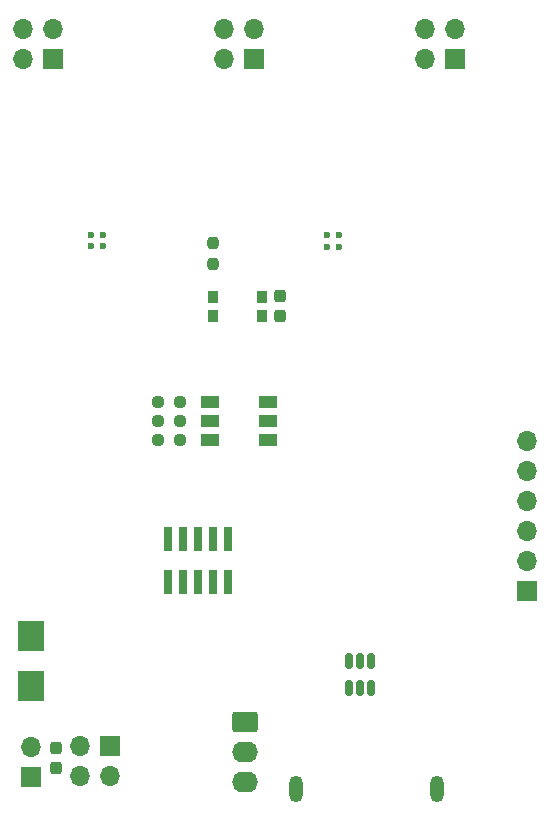
<source format=gbs>
G04 #@! TF.GenerationSoftware,KiCad,Pcbnew,(6.0.8)*
G04 #@! TF.CreationDate,2023-12-02T01:29:22+01:00*
G04 #@! TF.ProjectId,lamp_devboard,6c616d70-5f64-4657-9662-6f6172642e6b,rev?*
G04 #@! TF.SameCoordinates,Original*
G04 #@! TF.FileFunction,Soldermask,Bot*
G04 #@! TF.FilePolarity,Negative*
%FSLAX46Y46*%
G04 Gerber Fmt 4.6, Leading zero omitted, Abs format (unit mm)*
G04 Created by KiCad (PCBNEW (6.0.8)) date 2023-12-02 01:29:22*
%MOMM*%
%LPD*%
G01*
G04 APERTURE LIST*
G04 Aperture macros list*
%AMRoundRect*
0 Rectangle with rounded corners*
0 $1 Rounding radius*
0 $2 $3 $4 $5 $6 $7 $8 $9 X,Y pos of 4 corners*
0 Add a 4 corners polygon primitive as box body*
4,1,4,$2,$3,$4,$5,$6,$7,$8,$9,$2,$3,0*
0 Add four circle primitives for the rounded corners*
1,1,$1+$1,$2,$3*
1,1,$1+$1,$4,$5*
1,1,$1+$1,$6,$7*
1,1,$1+$1,$8,$9*
0 Add four rect primitives between the rounded corners*
20,1,$1+$1,$2,$3,$4,$5,0*
20,1,$1+$1,$4,$5,$6,$7,0*
20,1,$1+$1,$6,$7,$8,$9,0*
20,1,$1+$1,$8,$9,$2,$3,0*%
G04 Aperture macros list end*
%ADD10R,1.700000X1.700000*%
%ADD11O,1.700000X1.700000*%
%ADD12RoundRect,0.250000X-0.845000X0.620000X-0.845000X-0.620000X0.845000X-0.620000X0.845000X0.620000X0*%
%ADD13O,2.190000X1.740000*%
%ADD14O,1.154000X2.254000*%
%ADD15C,0.600000*%
%ADD16RoundRect,0.237500X0.250000X0.237500X-0.250000X0.237500X-0.250000X-0.237500X0.250000X-0.237500X0*%
%ADD17RoundRect,0.237500X0.237500X-0.250000X0.237500X0.250000X-0.237500X0.250000X-0.237500X-0.250000X0*%
%ADD18RoundRect,0.237500X0.237500X-0.300000X0.237500X0.300000X-0.237500X0.300000X-0.237500X-0.300000X0*%
%ADD19RoundRect,0.237500X-0.250000X-0.237500X0.250000X-0.237500X0.250000X0.237500X-0.250000X0.237500X0*%
%ADD20R,2.300000X2.500000*%
%ADD21R,1.500000X1.000000*%
%ADD22RoundRect,0.150000X-0.150000X0.512500X-0.150000X-0.512500X0.150000X-0.512500X0.150000X0.512500X0*%
%ADD23R,0.900000X1.000000*%
%ADD24R,0.750000X2.100000*%
G04 APERTURE END LIST*
D10*
X78300000Y-56225000D03*
D11*
X78300000Y-53685000D03*
X75760000Y-56225000D03*
X75760000Y-53685000D03*
D12*
X60580000Y-112360000D03*
D13*
X60580000Y-114900000D03*
X60580000Y-117440000D03*
D10*
X44300000Y-56225000D03*
D11*
X44300000Y-53685000D03*
X41760000Y-56225000D03*
X41760000Y-53685000D03*
D14*
X64825000Y-118040000D03*
X76825000Y-118040000D03*
D10*
X61300000Y-56225000D03*
D11*
X61300000Y-53685000D03*
X58760000Y-56225000D03*
X58760000Y-53685000D03*
D10*
X42400000Y-116975000D03*
D11*
X42400000Y-114435000D03*
D15*
X68500000Y-72125000D03*
X67500000Y-72125000D03*
X67500000Y-71125000D03*
X68500000Y-71125000D03*
D10*
X49075000Y-114425000D03*
D11*
X49075000Y-116965000D03*
X46535000Y-114425000D03*
X46535000Y-116965000D03*
D15*
X47500000Y-72100000D03*
X47500000Y-71100000D03*
X48500000Y-72100000D03*
X48500000Y-71100000D03*
D16*
X55012500Y-85300000D03*
X53187500Y-85300000D03*
D17*
X57800000Y-73612500D03*
X57800000Y-71787500D03*
D16*
X55012500Y-86900000D03*
X53187500Y-86900000D03*
D18*
X63500000Y-78012500D03*
X63500000Y-76287500D03*
D19*
X53187500Y-88500000D03*
X55012500Y-88500000D03*
D10*
X84400000Y-101250000D03*
D11*
X84400000Y-98710000D03*
X84400000Y-96170000D03*
X84400000Y-93630000D03*
X84400000Y-91090000D03*
X84400000Y-88550000D03*
D18*
X44500000Y-116262500D03*
X44500000Y-114537500D03*
D20*
X42400000Y-109350000D03*
X42400000Y-105050000D03*
D21*
X57550000Y-88500000D03*
X57550000Y-86900000D03*
X57550000Y-85300000D03*
X62450000Y-85300000D03*
X62450000Y-86900000D03*
X62450000Y-88500000D03*
D22*
X69350000Y-107212500D03*
X70300000Y-107212500D03*
X71250000Y-107212500D03*
X71250000Y-109487500D03*
X70300000Y-109487500D03*
X69350000Y-109487500D03*
D23*
X57850000Y-78000000D03*
X61950000Y-78000000D03*
X61950000Y-76400000D03*
X57850000Y-76400000D03*
D24*
X54060000Y-100500000D03*
X54060000Y-96900000D03*
X55330000Y-100500000D03*
X55330000Y-96900000D03*
X56600000Y-100500000D03*
X56600000Y-96900000D03*
X57870000Y-100500000D03*
X57870000Y-96900000D03*
X59140000Y-100500000D03*
X59140000Y-96900000D03*
M02*

</source>
